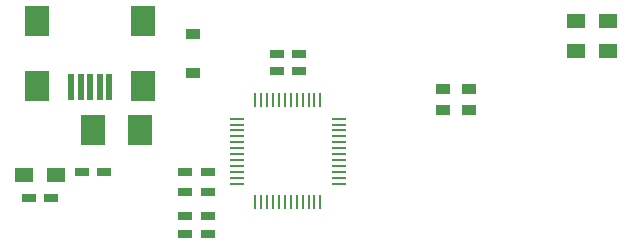
<source format=gbr>
G04 #@! TF.GenerationSoftware,KiCad,Pcbnew,(5.1.2-1)-1*
G04 #@! TF.CreationDate,2019-10-02T20:40:30+01:00*
G04 #@! TF.ProjectId,GPIB Serial Adapter,47504942-2053-4657-9269-616c20416461,rev?*
G04 #@! TF.SameCoordinates,Original*
G04 #@! TF.FileFunction,Paste,Top*
G04 #@! TF.FilePolarity,Positive*
%FSLAX46Y46*%
G04 Gerber Fmt 4.6, Leading zero omitted, Abs format (unit mm)*
G04 Created by KiCad (PCBNEW (5.1.2-1)-1) date 2019-10-02 20:40:30*
%MOMM*%
%LPD*%
G04 APERTURE LIST*
%ADD10R,1.200000X0.900000*%
%ADD11R,1.500000X1.300000*%
%ADD12R,1.200000X0.750000*%
%ADD13R,1.300000X0.250000*%
%ADD14R,0.250000X1.300000*%
%ADD15R,2.000000X2.500000*%
%ADD16R,0.500000X2.300000*%
G04 APERTURE END LIST*
D10*
X112600000Y-10750000D03*
X110400000Y-10750000D03*
X112600000Y-9000000D03*
X110400000Y-9000000D03*
D11*
X124350000Y-5750000D03*
X121650000Y-5750000D03*
X124350000Y-3250000D03*
X121650000Y-3250000D03*
D12*
X98200000Y-6000000D03*
X96300000Y-6000000D03*
X98200000Y-7500000D03*
X96300000Y-7500000D03*
X88550000Y-21250000D03*
X90450000Y-21250000D03*
X88550000Y-19750000D03*
X90450000Y-19750000D03*
X88550000Y-16000000D03*
X90450000Y-16000000D03*
X88550000Y-17750000D03*
X90450000Y-17750000D03*
X81700000Y-16000000D03*
X79800000Y-16000000D03*
X77200000Y-18250000D03*
X75300000Y-18250000D03*
D13*
X101600000Y-17000000D03*
X101600000Y-16500000D03*
X101600000Y-16000000D03*
X101600000Y-15500000D03*
X101600000Y-15000000D03*
X101600000Y-14500000D03*
X101600000Y-14000000D03*
X101600000Y-13500000D03*
X101600000Y-13000000D03*
X101600000Y-12500000D03*
X101600000Y-12000000D03*
X101600000Y-11500000D03*
D14*
X100000000Y-9900000D03*
X99500000Y-9900000D03*
X99000000Y-9900000D03*
X98500000Y-9900000D03*
X98000000Y-9900000D03*
X97500000Y-9900000D03*
X97000000Y-9900000D03*
X96500000Y-9900000D03*
X96000000Y-9900000D03*
X95500000Y-9900000D03*
X95000000Y-9900000D03*
X94500000Y-9900000D03*
D13*
X92900000Y-11500000D03*
X92900000Y-12000000D03*
X92900000Y-12500000D03*
X92900000Y-13000000D03*
X92900000Y-13500000D03*
X92900000Y-14000000D03*
X92900000Y-14500000D03*
X92900000Y-15000000D03*
X92900000Y-15500000D03*
X92900000Y-16000000D03*
X92900000Y-16500000D03*
X92900000Y-17000000D03*
D14*
X94500000Y-18600000D03*
X95000000Y-18600000D03*
X95500000Y-18600000D03*
X96000000Y-18600000D03*
X96500000Y-18600000D03*
X97000000Y-18600000D03*
X97500000Y-18600000D03*
X98000000Y-18600000D03*
X98500000Y-18600000D03*
X99000000Y-18600000D03*
X99500000Y-18600000D03*
X100000000Y-18600000D03*
D11*
X77600000Y-16250000D03*
X74900000Y-16250000D03*
D15*
X84750000Y-12500000D03*
X80750000Y-12500000D03*
D10*
X89250000Y-4350000D03*
X89250000Y-7650000D03*
D16*
X82100000Y-8800000D03*
X81300000Y-8800000D03*
X80500000Y-8800000D03*
X79700000Y-8800000D03*
X78900000Y-8800000D03*
D15*
X84950000Y-8700000D03*
X84950000Y-3200000D03*
X76050000Y-8700000D03*
X76050000Y-3200000D03*
M02*

</source>
